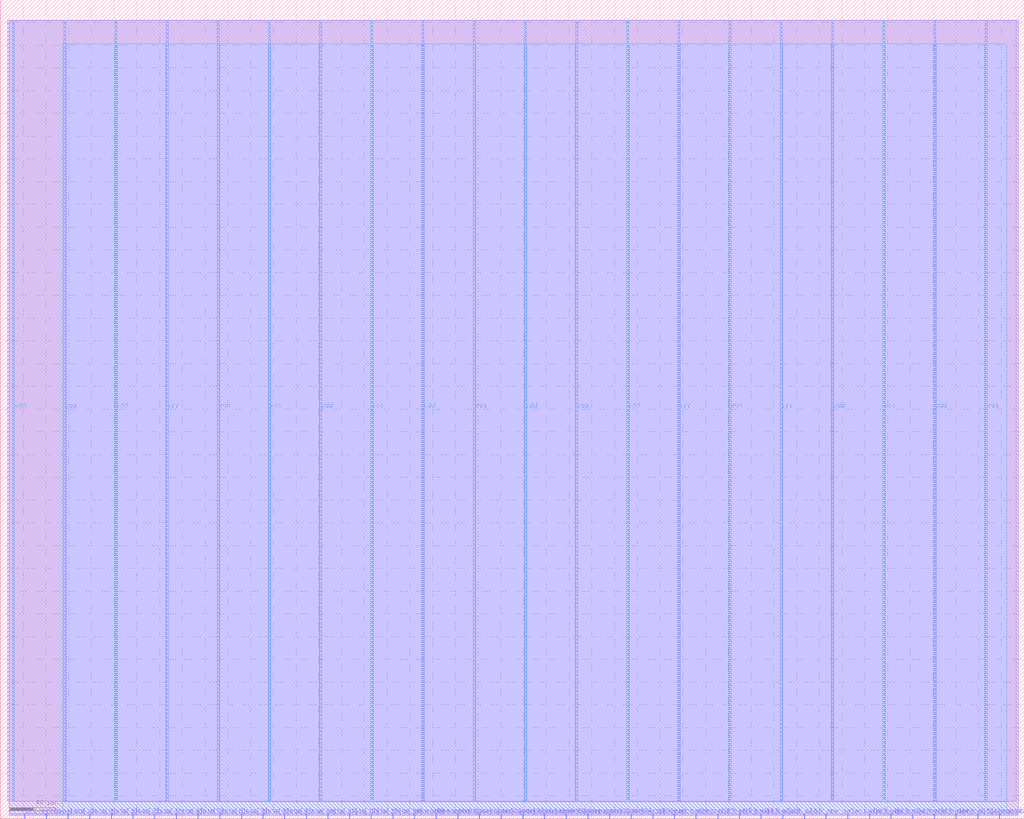
<source format=lef>
VERSION 5.7 ;
  NOWIREEXTENSIONATPIN ON ;
  DIVIDERCHAR "/" ;
  BUSBITCHARS "[]" ;
MACRO driver_core
  CLASS BLOCK ;
  FOREIGN driver_core ;
  ORIGIN 0.000 0.000 ;
  SIZE 900.000 BY 720.000 ;
  PIN clock
    DIRECTION INPUT ;
    USE SIGNAL ;
    PORT
      LAYER Metal2 ;
        RECT 687.680 0.000 688.240 4.000 ;
    END
  END clock
  PIN clock_a
    DIRECTION INPUT ;
    USE SIGNAL ;
    PORT
      LAYER Metal2 ;
        RECT 706.720 0.000 707.280 4.000 ;
    END
  END clock_a
  PIN col_select_a[0]
    DIRECTION INPUT ;
    USE SIGNAL ;
    PORT
      LAYER Metal2 ;
        RECT 573.440 0.000 574.000 4.000 ;
    END
  END col_select_a[0]
  PIN col_select_a[1]
    DIRECTION INPUT ;
    USE SIGNAL ;
    PORT
      LAYER Metal2 ;
        RECT 592.480 0.000 593.040 4.000 ;
    END
  END col_select_a[1]
  PIN col_select_a[2]
    DIRECTION INPUT ;
    USE SIGNAL ;
    PORT
      LAYER Metal2 ;
        RECT 611.520 0.000 612.080 4.000 ;
    END
  END col_select_a[2]
  PIN col_select_a[3]
    DIRECTION INPUT ;
    USE SIGNAL ;
    PORT
      LAYER Metal2 ;
        RECT 630.560 0.000 631.120 4.000 ;
    END
  END col_select_a[3]
  PIN col_select_a[4]
    DIRECTION INPUT ;
    USE SIGNAL ;
    PORT
      LAYER Metal2 ;
        RECT 649.600 0.000 650.160 4.000 ;
    END
  END col_select_a[4]
  PIN col_select_a[5]
    DIRECTION INPUT ;
    USE SIGNAL ;
    PORT
      LAYER Metal2 ;
        RECT 668.640 0.000 669.200 4.000 ;
    END
  END col_select_a[5]
  PIN data_in_a[0]
    DIRECTION INPUT ;
    USE SIGNAL ;
    PORT
      LAYER Metal2 ;
        RECT 59.360 0.000 59.920 4.000 ;
    END
  END data_in_a[0]
  PIN data_in_a[10]
    DIRECTION INPUT ;
    USE SIGNAL ;
    PORT
      LAYER Metal2 ;
        RECT 249.760 0.000 250.320 4.000 ;
    END
  END data_in_a[10]
  PIN data_in_a[11]
    DIRECTION INPUT ;
    USE SIGNAL ;
    PORT
      LAYER Metal2 ;
        RECT 268.800 0.000 269.360 4.000 ;
    END
  END data_in_a[11]
  PIN data_in_a[12]
    DIRECTION INPUT ;
    USE SIGNAL ;
    PORT
      LAYER Metal2 ;
        RECT 287.840 0.000 288.400 4.000 ;
    END
  END data_in_a[12]
  PIN data_in_a[13]
    DIRECTION INPUT ;
    USE SIGNAL ;
    PORT
      LAYER Metal2 ;
        RECT 306.880 0.000 307.440 4.000 ;
    END
  END data_in_a[13]
  PIN data_in_a[14]
    DIRECTION INPUT ;
    USE SIGNAL ;
    PORT
      LAYER Metal2 ;
        RECT 325.920 0.000 326.480 4.000 ;
    END
  END data_in_a[14]
  PIN data_in_a[15]
    DIRECTION INPUT ;
    USE SIGNAL ;
    PORT
      LAYER Metal2 ;
        RECT 344.960 0.000 345.520 4.000 ;
    END
  END data_in_a[15]
  PIN data_in_a[1]
    DIRECTION INPUT ;
    USE SIGNAL ;
    PORT
      LAYER Metal2 ;
        RECT 78.400 0.000 78.960 4.000 ;
    END
  END data_in_a[1]
  PIN data_in_a[2]
    DIRECTION INPUT ;
    USE SIGNAL ;
    PORT
      LAYER Metal2 ;
        RECT 97.440 0.000 98.000 4.000 ;
    END
  END data_in_a[2]
  PIN data_in_a[3]
    DIRECTION INPUT ;
    USE SIGNAL ;
    PORT
      LAYER Metal2 ;
        RECT 116.480 0.000 117.040 4.000 ;
    END
  END data_in_a[3]
  PIN data_in_a[4]
    DIRECTION INPUT ;
    USE SIGNAL ;
    PORT
      LAYER Metal2 ;
        RECT 135.520 0.000 136.080 4.000 ;
    END
  END data_in_a[4]
  PIN data_in_a[5]
    DIRECTION INPUT ;
    USE SIGNAL ;
    PORT
      LAYER Metal2 ;
        RECT 154.560 0.000 155.120 4.000 ;
    END
  END data_in_a[5]
  PIN data_in_a[6]
    DIRECTION INPUT ;
    USE SIGNAL ;
    PORT
      LAYER Metal2 ;
        RECT 173.600 0.000 174.160 4.000 ;
    END
  END data_in_a[6]
  PIN data_in_a[7]
    DIRECTION INPUT ;
    USE SIGNAL ;
    PORT
      LAYER Metal2 ;
        RECT 192.640 0.000 193.200 4.000 ;
    END
  END data_in_a[7]
  PIN data_in_a[8]
    DIRECTION INPUT ;
    USE SIGNAL ;
    PORT
      LAYER Metal2 ;
        RECT 211.680 0.000 212.240 4.000 ;
    END
  END data_in_a[8]
  PIN data_in_a[9]
    DIRECTION INPUT ;
    USE SIGNAL ;
    PORT
      LAYER Metal2 ;
        RECT 230.720 0.000 231.280 4.000 ;
    END
  END data_in_a[9]
  PIN driver_io[0]
    DIRECTION OUTPUT TRISTATE ;
    USE SIGNAL ;
    PORT
      LAYER Metal2 ;
        RECT 21.280 0.000 21.840 4.000 ;
    END
  END driver_io[0]
  PIN driver_io[1]
    DIRECTION OUTPUT TRISTATE ;
    USE SIGNAL ;
    PORT
      LAYER Metal2 ;
        RECT 40.320 0.000 40.880 4.000 ;
    END
  END driver_io[1]
  PIN inverter_select_a
    DIRECTION INPUT ;
    USE SIGNAL ;
    PORT
      LAYER Metal2 ;
        RECT 878.080 0.000 878.640 4.000 ;
    END
  END inverter_select_a
  PIN mem_address_a[0]
    DIRECTION INPUT ;
    USE SIGNAL ;
    PORT
      LAYER Metal2 ;
        RECT 364.000 0.000 364.560 4.000 ;
    END
  END mem_address_a[0]
  PIN mem_address_a[1]
    DIRECTION INPUT ;
    USE SIGNAL ;
    PORT
      LAYER Metal2 ;
        RECT 383.040 0.000 383.600 4.000 ;
    END
  END mem_address_a[1]
  PIN mem_address_a[2]
    DIRECTION INPUT ;
    USE SIGNAL ;
    PORT
      LAYER Metal2 ;
        RECT 402.080 0.000 402.640 4.000 ;
    END
  END mem_address_a[2]
  PIN mem_address_a[3]
    DIRECTION INPUT ;
    USE SIGNAL ;
    PORT
      LAYER Metal2 ;
        RECT 421.120 0.000 421.680 4.000 ;
    END
  END mem_address_a[3]
  PIN mem_address_a[4]
    DIRECTION INPUT ;
    USE SIGNAL ;
    PORT
      LAYER Metal2 ;
        RECT 440.160 0.000 440.720 4.000 ;
    END
  END mem_address_a[4]
  PIN mem_address_a[5]
    DIRECTION INPUT ;
    USE SIGNAL ;
    PORT
      LAYER Metal2 ;
        RECT 459.200 0.000 459.760 4.000 ;
    END
  END mem_address_a[5]
  PIN mem_address_a[6]
    DIRECTION INPUT ;
    USE SIGNAL ;
    PORT
      LAYER Metal2 ;
        RECT 478.240 0.000 478.800 4.000 ;
    END
  END mem_address_a[6]
  PIN mem_address_a[7]
    DIRECTION INPUT ;
    USE SIGNAL ;
    PORT
      LAYER Metal2 ;
        RECT 497.280 0.000 497.840 4.000 ;
    END
  END mem_address_a[7]
  PIN mem_address_a[8]
    DIRECTION INPUT ;
    USE SIGNAL ;
    PORT
      LAYER Metal2 ;
        RECT 516.320 0.000 516.880 4.000 ;
    END
  END mem_address_a[8]
  PIN mem_address_a[9]
    DIRECTION INPUT ;
    USE SIGNAL ;
    PORT
      LAYER Metal2 ;
        RECT 535.360 0.000 535.920 4.000 ;
    END
  END mem_address_a[9]
  PIN mem_write_n_a
    DIRECTION INPUT ;
    USE SIGNAL ;
    PORT
      LAYER Metal2 ;
        RECT 554.400 0.000 554.960 4.000 ;
    END
  END mem_write_n_a
  PIN output_active_a
    DIRECTION INPUT ;
    USE SIGNAL ;
    PORT
      LAYER Metal2 ;
        RECT 859.040 0.000 859.600 4.000 ;
    END
  END output_active_a
  PIN row_col_select_a
    DIRECTION INPUT ;
    USE SIGNAL ;
    PORT
      LAYER Metal2 ;
        RECT 840.000 0.000 840.560 4.000 ;
    END
  END row_col_select_a
  PIN row_select_a[0]
    DIRECTION INPUT ;
    USE SIGNAL ;
    PORT
      LAYER Metal2 ;
        RECT 725.760 0.000 726.320 4.000 ;
    END
  END row_select_a[0]
  PIN row_select_a[1]
    DIRECTION INPUT ;
    USE SIGNAL ;
    PORT
      LAYER Metal2 ;
        RECT 744.800 0.000 745.360 4.000 ;
    END
  END row_select_a[1]
  PIN row_select_a[2]
    DIRECTION INPUT ;
    USE SIGNAL ;
    PORT
      LAYER Metal2 ;
        RECT 763.840 0.000 764.400 4.000 ;
    END
  END row_select_a[2]
  PIN row_select_a[3]
    DIRECTION INPUT ;
    USE SIGNAL ;
    PORT
      LAYER Metal2 ;
        RECT 782.880 0.000 783.440 4.000 ;
    END
  END row_select_a[3]
  PIN row_select_a[4]
    DIRECTION INPUT ;
    USE SIGNAL ;
    PORT
      LAYER Metal2 ;
        RECT 801.920 0.000 802.480 4.000 ;
    END
  END row_select_a[4]
  PIN row_select_a[5]
    DIRECTION INPUT ;
    USE SIGNAL ;
    PORT
      LAYER Metal2 ;
        RECT 820.960 0.000 821.520 4.000 ;
    END
  END row_select_a[5]
  PIN vdd
    DIRECTION INOUT ;
    USE POWER ;
    PORT
      LAYER Metal4 ;
        RECT 10.920 15.380 12.520 701.980 ;
    END
    PORT
      LAYER Metal4 ;
        RECT 100.920 15.380 102.520 701.980 ;
    END
    PORT
      LAYER Metal4 ;
        RECT 190.920 15.380 192.520 701.980 ;
    END
    PORT
      LAYER Metal4 ;
        RECT 280.920 15.380 282.520 701.980 ;
    END
    PORT
      LAYER Metal4 ;
        RECT 370.920 15.380 372.520 701.980 ;
    END
    PORT
      LAYER Metal4 ;
        RECT 460.920 15.380 462.520 701.980 ;
    END
    PORT
      LAYER Metal4 ;
        RECT 550.920 15.380 552.520 701.980 ;
    END
    PORT
      LAYER Metal4 ;
        RECT 640.920 15.380 642.520 701.980 ;
    END
    PORT
      LAYER Metal4 ;
        RECT 730.920 15.380 732.520 701.980 ;
    END
    PORT
      LAYER Metal4 ;
        RECT 820.920 15.380 822.520 701.980 ;
    END
  END vdd
  PIN vss
    DIRECTION INOUT ;
    USE GROUND ;
    PORT
      LAYER Metal4 ;
        RECT 55.920 15.380 57.520 701.980 ;
    END
    PORT
      LAYER Metal4 ;
        RECT 145.920 15.380 147.520 701.980 ;
    END
    PORT
      LAYER Metal4 ;
        RECT 235.920 15.380 237.520 701.980 ;
    END
    PORT
      LAYER Metal4 ;
        RECT 325.920 15.380 327.520 701.980 ;
    END
    PORT
      LAYER Metal4 ;
        RECT 415.920 15.380 417.520 701.980 ;
    END
    PORT
      LAYER Metal4 ;
        RECT 505.920 15.380 507.520 701.980 ;
    END
    PORT
      LAYER Metal4 ;
        RECT 595.920 15.380 597.520 701.980 ;
    END
    PORT
      LAYER Metal4 ;
        RECT 685.920 15.380 687.520 701.980 ;
    END
    PORT
      LAYER Metal4 ;
        RECT 775.920 15.380 777.520 701.980 ;
    END
    PORT
      LAYER Metal4 ;
        RECT 865.920 15.380 867.520 701.980 ;
    END
  END vss
  OBS
      LAYER Metal1 ;
        RECT 6.720 15.380 893.200 701.980 ;
      LAYER Metal2 ;
        RECT 7.980 4.300 894.740 701.870 ;
        RECT 7.980 2.890 20.980 4.300 ;
        RECT 22.140 2.890 40.020 4.300 ;
        RECT 41.180 2.890 59.060 4.300 ;
        RECT 60.220 2.890 78.100 4.300 ;
        RECT 79.260 2.890 97.140 4.300 ;
        RECT 98.300 2.890 116.180 4.300 ;
        RECT 117.340 2.890 135.220 4.300 ;
        RECT 136.380 2.890 154.260 4.300 ;
        RECT 155.420 2.890 173.300 4.300 ;
        RECT 174.460 2.890 192.340 4.300 ;
        RECT 193.500 2.890 211.380 4.300 ;
        RECT 212.540 2.890 230.420 4.300 ;
        RECT 231.580 2.890 249.460 4.300 ;
        RECT 250.620 2.890 268.500 4.300 ;
        RECT 269.660 2.890 287.540 4.300 ;
        RECT 288.700 2.890 306.580 4.300 ;
        RECT 307.740 2.890 325.620 4.300 ;
        RECT 326.780 2.890 344.660 4.300 ;
        RECT 345.820 2.890 363.700 4.300 ;
        RECT 364.860 2.890 382.740 4.300 ;
        RECT 383.900 2.890 401.780 4.300 ;
        RECT 402.940 2.890 420.820 4.300 ;
        RECT 421.980 2.890 439.860 4.300 ;
        RECT 441.020 2.890 458.900 4.300 ;
        RECT 460.060 2.890 477.940 4.300 ;
        RECT 479.100 2.890 496.980 4.300 ;
        RECT 498.140 2.890 516.020 4.300 ;
        RECT 517.180 2.890 535.060 4.300 ;
        RECT 536.220 2.890 554.100 4.300 ;
        RECT 555.260 2.890 573.140 4.300 ;
        RECT 574.300 2.890 592.180 4.300 ;
        RECT 593.340 2.890 611.220 4.300 ;
        RECT 612.380 2.890 630.260 4.300 ;
        RECT 631.420 2.890 649.300 4.300 ;
        RECT 650.460 2.890 668.340 4.300 ;
        RECT 669.500 2.890 687.380 4.300 ;
        RECT 688.540 2.890 706.420 4.300 ;
        RECT 707.580 2.890 725.460 4.300 ;
        RECT 726.620 2.890 744.500 4.300 ;
        RECT 745.660 2.890 763.540 4.300 ;
        RECT 764.700 2.890 782.580 4.300 ;
        RECT 783.740 2.890 801.620 4.300 ;
        RECT 802.780 2.890 820.660 4.300 ;
        RECT 821.820 2.890 839.700 4.300 ;
        RECT 840.860 2.890 858.740 4.300 ;
        RECT 859.900 2.890 877.780 4.300 ;
        RECT 878.940 2.890 894.740 4.300 ;
      LAYER Metal3 ;
        RECT 7.930 2.940 894.790 701.820 ;
      LAYER Metal4 ;
        RECT 55.020 15.080 55.620 681.430 ;
        RECT 57.820 15.080 100.620 681.430 ;
        RECT 102.820 15.080 145.620 681.430 ;
        RECT 147.820 15.080 190.620 681.430 ;
        RECT 192.820 15.080 235.620 681.430 ;
        RECT 237.820 15.080 280.620 681.430 ;
        RECT 282.820 15.080 325.620 681.430 ;
        RECT 327.820 15.080 370.620 681.430 ;
        RECT 372.820 15.080 415.620 681.430 ;
        RECT 417.820 15.080 460.620 681.430 ;
        RECT 462.820 15.080 505.620 681.430 ;
        RECT 507.820 15.080 550.620 681.430 ;
        RECT 552.820 15.080 595.620 681.430 ;
        RECT 597.820 15.080 640.620 681.430 ;
        RECT 642.820 15.080 685.620 681.430 ;
        RECT 687.820 15.080 730.620 681.430 ;
        RECT 732.820 15.080 775.620 681.430 ;
        RECT 777.820 15.080 820.620 681.430 ;
        RECT 822.820 15.080 865.620 681.430 ;
        RECT 867.820 15.080 884.660 681.430 ;
        RECT 55.020 4.570 884.660 15.080 ;
  END
END driver_core
END LIBRARY


</source>
